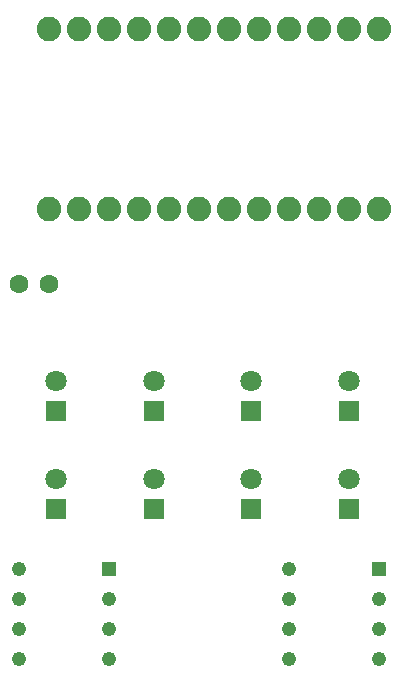
<source format=gbr>
%TF.GenerationSoftware,KiCad,Pcbnew,7.0.9-7.0.9~ubuntu20.04.1*%
%TF.CreationDate,2023-12-28T23:11:07+09:00*%
%TF.ProjectId,diy_oled_3d_controller,6469795f-6f6c-4656-945f-33645f636f6e,rev?*%
%TF.SameCoordinates,Original*%
%TF.FileFunction,Soldermask,Bot*%
%TF.FilePolarity,Negative*%
%FSLAX46Y46*%
G04 Gerber Fmt 4.6, Leading zero omitted, Abs format (unit mm)*
G04 Created by KiCad (PCBNEW 7.0.9-7.0.9~ubuntu20.04.1) date 2023-12-28 23:11:07*
%MOMM*%
%LPD*%
G01*
G04 APERTURE LIST*
%ADD10R,1.800000X1.800000*%
%ADD11C,1.800000*%
%ADD12C,1.600000*%
%ADD13C,2.082800*%
%ADD14R,1.220000X1.220000*%
%ADD15C,1.220000*%
G04 APERTURE END LIST*
D10*
%TO.C,D6*%
X105410000Y-92715000D03*
D11*
X105410000Y-90175000D03*
%TD*%
D10*
%TO.C,D8*%
X121920000Y-92715000D03*
D11*
X121920000Y-90175000D03*
%TD*%
D10*
%TO.C,D1*%
X97155000Y-84455000D03*
D11*
X97155000Y-81915000D03*
%TD*%
D10*
%TO.C,D5*%
X97155000Y-92710000D03*
D11*
X97155000Y-90170000D03*
%TD*%
D10*
%TO.C,D4*%
X121920000Y-84460000D03*
D11*
X121920000Y-81920000D03*
%TD*%
D12*
%TO.C,C1*%
X96500000Y-73660000D03*
X94000000Y-73660000D03*
%TD*%
D10*
%TO.C,D7*%
X113665000Y-92715000D03*
D11*
X113665000Y-90175000D03*
%TD*%
D13*
%TO.C,B1*%
X96520000Y-67310000D03*
X99060000Y-67310000D03*
X101600000Y-67310000D03*
X104140000Y-67310000D03*
X106680000Y-67310000D03*
X109220000Y-67310000D03*
X111760000Y-67310000D03*
X114300000Y-67310000D03*
X116840000Y-67310000D03*
X119380000Y-67310000D03*
X121920000Y-67310000D03*
X124460000Y-67310000D03*
X124460000Y-52070000D03*
X121920000Y-52070000D03*
X119380000Y-52070000D03*
X116840000Y-52070000D03*
X114300000Y-52070000D03*
X111760000Y-52070000D03*
X109220000Y-52070000D03*
X106680000Y-52070000D03*
X104140000Y-52070000D03*
X101600000Y-52070000D03*
X99060000Y-52070000D03*
X96520000Y-52070000D03*
%TD*%
D10*
%TO.C,D2*%
X105410000Y-84455000D03*
D11*
X105410000Y-81915000D03*
%TD*%
D10*
%TO.C,D3*%
X113665000Y-84455000D03*
D11*
X113665000Y-81915000D03*
%TD*%
D14*
%TO.C,U2*%
X124460000Y-97790000D03*
D15*
X124460000Y-100330000D03*
X124460000Y-102870000D03*
X124460000Y-105410000D03*
X116830000Y-105410000D03*
X116830000Y-102870000D03*
X116830000Y-100330000D03*
X116830000Y-97790000D03*
%TD*%
D14*
%TO.C,U1*%
X101600000Y-97790000D03*
D15*
X101600000Y-100330000D03*
X101600000Y-102870000D03*
X101600000Y-105410000D03*
X93970000Y-105410000D03*
X93970000Y-102870000D03*
X93970000Y-100330000D03*
X93970000Y-97790000D03*
%TD*%
M02*

</source>
